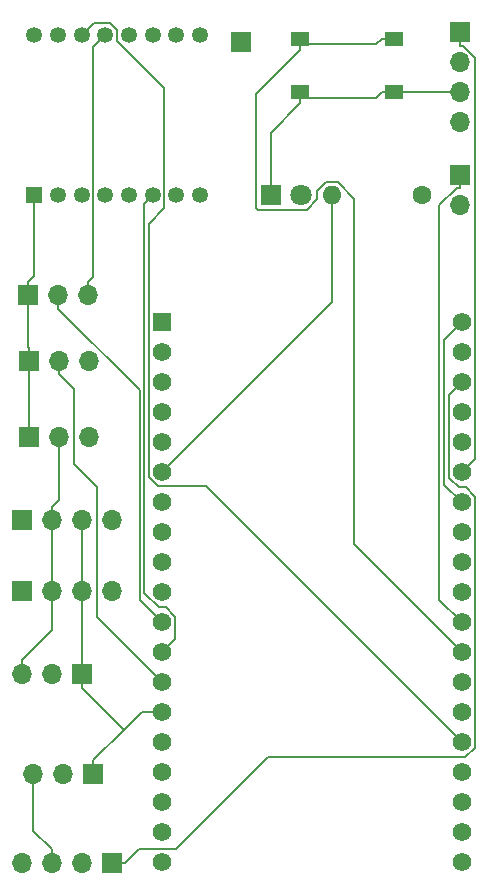
<source format=gbr>
%TF.GenerationSoftware,KiCad,Pcbnew,8.0.2*%
%TF.CreationDate,2024-05-16T13:39:08+01:00*%
%TF.ProjectId,test,74657374-2e6b-4696-9361-645f70636258,rev?*%
%TF.SameCoordinates,Original*%
%TF.FileFunction,Copper,L1,Top*%
%TF.FilePolarity,Positive*%
%FSLAX46Y46*%
G04 Gerber Fmt 4.6, Leading zero omitted, Abs format (unit mm)*
G04 Created by KiCad (PCBNEW 8.0.2) date 2024-05-16 13:39:08*
%MOMM*%
%LPD*%
G01*
G04 APERTURE LIST*
%TA.AperFunction,ComponentPad*%
%ADD10R,1.700000X1.700000*%
%TD*%
%TA.AperFunction,ComponentPad*%
%ADD11O,1.700000X1.700000*%
%TD*%
%TA.AperFunction,ComponentPad*%
%ADD12R,1.350000X1.350000*%
%TD*%
%TA.AperFunction,ComponentPad*%
%ADD13C,1.350000*%
%TD*%
%TA.AperFunction,ComponentPad*%
%ADD14R,1.800000X1.800000*%
%TD*%
%TA.AperFunction,ComponentPad*%
%ADD15C,1.800000*%
%TD*%
%TA.AperFunction,SMDPad,CuDef*%
%ADD16R,1.550000X1.300000*%
%TD*%
%TA.AperFunction,ComponentPad*%
%ADD17R,1.560000X1.560000*%
%TD*%
%TA.AperFunction,ComponentPad*%
%ADD18C,1.560000*%
%TD*%
%TA.AperFunction,ComponentPad*%
%ADD19C,1.600000*%
%TD*%
%TA.AperFunction,ComponentPad*%
%ADD20O,1.600000X1.600000*%
%TD*%
%TA.AperFunction,Conductor*%
%ADD21C,0.200000*%
%TD*%
G04 APERTURE END LIST*
D10*
%TO.P,J4,1,Pin_1*%
%TO.N,GND*%
X61500000Y-85500000D03*
D11*
%TO.P,J4,2,Pin_2*%
%TO.N,/IO15*%
X58960000Y-85500000D03*
%TO.P,J4,3,Pin_3*%
%TO.N,+5V*%
X56420000Y-85500000D03*
%TD*%
D10*
%TO.P,J10,1,Pin_1*%
%TO.N,/IO26*%
X55460000Y-64000000D03*
D11*
%TO.P,J10,2,Pin_2*%
%TO.N,+5V*%
X58000000Y-64000000D03*
%TO.P,J10,3,Pin_3*%
%TO.N,GND*%
X60540000Y-64000000D03*
%TO.P,J10,4,Pin_4*%
%TO.N,unconnected-(J10-Pin_4-Pad4)*%
X63080000Y-64000000D03*
%TD*%
D10*
%TO.P,SW1,1,A*%
%TO.N,Net-(SW1-A)*%
X92525000Y-34750000D03*
D11*
%TO.P,SW1,2,B*%
%TO.N,GND*%
X92525000Y-37290000D03*
%TD*%
D10*
%TO.P,J3,1,Pin_1*%
%TO.N,GND*%
X56000000Y-56975000D03*
D11*
%TO.P,J3,2,Pin_2*%
%TO.N,+5V*%
X58540000Y-56975000D03*
%TO.P,J3,3,Pin_3*%
%TO.N,/IO34*%
X61080000Y-56975000D03*
%TD*%
D12*
%TO.P,U2,1,GND*%
%TO.N,GND*%
X56500000Y-36500000D03*
D13*
%TO.P,U2,2,MISO*%
%TO.N,Net-(U1-IO19)*%
X58500000Y-36500000D03*
%TO.P,U2,3,MOSI*%
%TO.N,Net-(U1-IO23)*%
X60500000Y-36500000D03*
%TO.P,U2,4,SCK*%
%TO.N,Net-(U1-IO18)*%
X62500000Y-36500000D03*
%TO.P,U2,5,NSS*%
%TO.N,Net-(U1-IO5)*%
X64500000Y-36500000D03*
%TO.P,U2,6,RESET*%
%TO.N,Net-(U1-IO14)*%
X66500000Y-36500000D03*
%TO.P,U2,7,DIO5*%
%TO.N,unconnected-(U2-DIO5-Pad7)*%
X68500000Y-36500000D03*
%TO.P,U2,8,GND*%
%TO.N,unconnected-(U2-GND-Pad8)*%
X70500000Y-36500000D03*
%TO.P,U2,9,ANT*%
%TO.N,Net-(J6-Pin_1)*%
X70500000Y-22900000D03*
%TO.P,U2,10,GND*%
%TO.N,unconnected-(U2-GND-Pad10)*%
X68500000Y-22900000D03*
%TO.P,U2,11,DIO3*%
%TO.N,unconnected-(U2-DIO3-Pad11)*%
X66500000Y-22900000D03*
%TO.P,U2,12,DIO4*%
%TO.N,unconnected-(U2-DIO4-Pad12)*%
X64500000Y-22900000D03*
%TO.P,U2,13,3.3V*%
%TO.N,+3.3V*%
X62500000Y-22900000D03*
%TO.P,U2,14,DIO0*%
%TO.N,Net-(U1-IO2)*%
X60500000Y-22900000D03*
%TO.P,U2,15,DIO1*%
%TO.N,unconnected-(U2-DIO1-Pad15)*%
X58500000Y-22900000D03*
%TO.P,U2,16,DIO2*%
%TO.N,unconnected-(U2-DIO2-Pad16)*%
X56500000Y-22900000D03*
%TD*%
D10*
%TO.P,J5,1,Pin_1*%
%TO.N,/SCL*%
X63040000Y-93000000D03*
D11*
%TO.P,J5,2,Pin_2*%
%TO.N,/SDA*%
X60500000Y-93000000D03*
%TO.P,J5,3,Pin_3*%
%TO.N,+5V*%
X57960000Y-93000000D03*
%TO.P,J5,4,Pin_4*%
%TO.N,GND*%
X55420000Y-93000000D03*
%TD*%
D10*
%TO.P,J1,1,Pin_1*%
%TO.N,GND*%
X60525000Y-77025000D03*
D11*
%TO.P,J1,2,Pin_2*%
%TO.N,/IO4*%
X57985000Y-77025000D03*
%TO.P,J1,3,Pin_3*%
%TO.N,+5V*%
X55445000Y-77025000D03*
%TD*%
D10*
%TO.P,J8,1,Pin_1*%
%TO.N,GND*%
X55975000Y-44975000D03*
D11*
%TO.P,J8,2,Pin_2*%
%TO.N,/IO27*%
X58515000Y-44975000D03*
%TO.P,J8,3,Pin_3*%
%TO.N,+3.3V*%
X61055000Y-44975000D03*
%TD*%
D14*
%TO.P,D1,1,K*%
%TO.N,GND*%
X76500000Y-36500000D03*
D15*
%TO.P,D1,2,A*%
%TO.N,Net-(D1-A)*%
X79040000Y-36500000D03*
%TD*%
D16*
%TO.P,SW2,1,1*%
%TO.N,GND*%
X86980000Y-27750000D03*
X79020000Y-27750000D03*
%TO.P,SW2,2,2*%
%TO.N,Net-(U1-IO16)*%
X86980000Y-23250000D03*
X79020000Y-23250000D03*
%TD*%
D10*
%TO.P,J6,1,Pin_1*%
%TO.N,Net-(J6-Pin_1)*%
X74000000Y-23500000D03*
%TD*%
%TO.P,J9,1,Pin_1*%
%TO.N,/IO25*%
X55460000Y-69975000D03*
D11*
%TO.P,J9,2,Pin_2*%
%TO.N,+5V*%
X58000000Y-69975000D03*
%TO.P,J9,3,Pin_3*%
%TO.N,GND*%
X60540000Y-69975000D03*
%TO.P,J9,4,Pin_4*%
%TO.N,unconnected-(J9-Pin_4-Pad4)*%
X63080000Y-69975000D03*
%TD*%
D17*
%TO.P,U1,J2-1,3V3*%
%TO.N,+3.3V*%
X67300000Y-47240000D03*
D18*
%TO.P,U1,J2-2,EN*%
%TO.N,unconnected-(U1-EN-PadJ2-2)*%
X67300000Y-49780000D03*
%TO.P,U1,J2-3,SENSOR_VP*%
%TO.N,unconnected-(U1-SENSOR_VP-PadJ2-3)*%
X67300000Y-52320000D03*
%TO.P,U1,J2-4,SENSOR_VN*%
%TO.N,unconnected-(U1-SENSOR_VN-PadJ2-4)*%
X67300000Y-54860000D03*
%TO.P,U1,J2-5,IO34*%
%TO.N,/IO34*%
X67300000Y-57400000D03*
%TO.P,U1,J2-6,IO35*%
%TO.N,Net-(U1-IO35)*%
X67300000Y-59940000D03*
%TO.P,U1,J2-7,IO32*%
%TO.N,unconnected-(U1-IO32-PadJ2-7)*%
X67300000Y-62480000D03*
%TO.P,U1,J2-8,IO33*%
%TO.N,unconnected-(U1-IO33-PadJ2-8)*%
X67300000Y-65020000D03*
%TO.P,U1,J2-9,IO25*%
%TO.N,/IO25*%
X67300000Y-67560000D03*
%TO.P,U1,J2-10,IO26*%
%TO.N,/IO26*%
X67300000Y-70100000D03*
%TO.P,U1,J2-11,IO27*%
%TO.N,/IO27*%
X67300000Y-72640000D03*
%TO.P,U1,J2-12,IO14*%
%TO.N,Net-(U1-IO14)*%
X67300000Y-75180000D03*
%TO.P,U1,J2-13,IO12*%
%TO.N,/IO12*%
X67300000Y-77720000D03*
%TO.P,U1,J2-14,GND1*%
%TO.N,GND*%
X67300000Y-80260000D03*
%TO.P,U1,J2-15,IO13*%
%TO.N,unconnected-(U1-IO13-PadJ2-15)*%
X67300000Y-82800000D03*
%TO.P,U1,J2-16,SD2*%
%TO.N,unconnected-(U1-SD2-PadJ2-16)*%
X67300000Y-85340000D03*
%TO.P,U1,J2-17,SD3*%
%TO.N,unconnected-(U1-SD3-PadJ2-17)*%
X67300000Y-87880000D03*
%TO.P,U1,J2-18,CMD*%
%TO.N,unconnected-(U1-CMD-PadJ2-18)*%
X67300000Y-90420000D03*
%TO.P,U1,J2-19,EXT_5V*%
%TO.N,+5V*%
X67300000Y-92960000D03*
%TO.P,U1,J3-1,GND3*%
%TO.N,GND*%
X92700000Y-47240000D03*
%TO.P,U1,J3-2,IO23*%
%TO.N,Net-(U1-IO23)*%
X92700000Y-49780000D03*
%TO.P,U1,J3-3,IO22*%
%TO.N,/SCL*%
X92700000Y-52320000D03*
%TO.P,U1,J3-4,TXD0*%
%TO.N,unconnected-(U1-TXD0-PadJ3-4)*%
X92700000Y-54860000D03*
%TO.P,U1,J3-5,RXD0*%
%TO.N,unconnected-(U1-RXD0-PadJ3-5)*%
X92700000Y-57400000D03*
%TO.P,U1,J3-6,IO21*%
%TO.N,/SDA*%
X92700000Y-59940000D03*
%TO.P,U1,J3-7,GND2*%
%TO.N,GND*%
X92700000Y-62480000D03*
%TO.P,U1,J3-8,IO19*%
%TO.N,Net-(U1-IO19)*%
X92700000Y-65020000D03*
%TO.P,U1,J3-9,IO18*%
%TO.N,Net-(U1-IO18)*%
X92700000Y-67560000D03*
%TO.P,U1,J3-10,IO5*%
%TO.N,Net-(U1-IO5)*%
X92700000Y-70100000D03*
%TO.P,U1,J3-11,IO17*%
%TO.N,Net-(SW1-A)*%
X92700000Y-72640000D03*
%TO.P,U1,J3-12,IO16*%
%TO.N,Net-(U1-IO16)*%
X92700000Y-75180000D03*
%TO.P,U1,J3-13,IO4*%
%TO.N,/IO4*%
X92700000Y-77720000D03*
%TO.P,U1,J3-14,IO0*%
%TO.N,unconnected-(U1-IO0-PadJ3-14)*%
X92700000Y-80260000D03*
%TO.P,U1,J3-15,IO2*%
%TO.N,Net-(U1-IO2)*%
X92700000Y-82800000D03*
%TO.P,U1,J3-16,IO15*%
%TO.N,/IO15*%
X92700000Y-85340000D03*
%TO.P,U1,J3-17,SD1*%
%TO.N,unconnected-(U1-SD1-PadJ3-17)*%
X92700000Y-87880000D03*
%TO.P,U1,J3-18,SD0*%
%TO.N,unconnected-(U1-SD0-PadJ3-18)*%
X92700000Y-90420000D03*
%TO.P,U1,J3-19,CLK*%
%TO.N,unconnected-(U1-CLK-PadJ3-19)*%
X92700000Y-92960000D03*
%TD*%
D10*
%TO.P,J7,1,Pin_1*%
%TO.N,GND*%
X56000000Y-50500000D03*
D11*
%TO.P,J7,2,Pin_2*%
%TO.N,/IO12*%
X58540000Y-50500000D03*
%TO.P,J7,3,Pin_3*%
%TO.N,+3.3V*%
X61080000Y-50500000D03*
%TD*%
D19*
%TO.P,R1,1*%
%TO.N,Net-(D1-A)*%
X89310000Y-36500000D03*
D20*
%TO.P,R1,2*%
%TO.N,Net-(U1-IO35)*%
X81690000Y-36500000D03*
%TD*%
D10*
%TO.P,J2,1,Pin_1*%
%TO.N,/SDA*%
X92500000Y-22700000D03*
D11*
%TO.P,J2,2,Pin_2*%
%TO.N,/SCL*%
X92500000Y-25240000D03*
%TO.P,J2,3,Pin_3*%
%TO.N,GND*%
X92500000Y-27780000D03*
%TO.P,J2,4,Pin_4*%
%TO.N,+5V*%
X92500000Y-30320000D03*
%TD*%
D21*
%TO.N,/IO12*%
X61810000Y-72230000D02*
X61810000Y-61214800D01*
X59810000Y-59214800D02*
X59810000Y-52921700D01*
X61810000Y-61214800D02*
X59810000Y-59214800D01*
X67300000Y-77720000D02*
X61810000Y-72230000D01*
X58540000Y-50500000D02*
X58540000Y-51651700D01*
X59810000Y-52921700D02*
X58540000Y-51651700D01*
%TO.N,+5V*%
X58000000Y-73318300D02*
X58000000Y-69975000D01*
X55445000Y-75873300D02*
X58000000Y-73318300D01*
X58000000Y-64000000D02*
X58000000Y-62848300D01*
X58000000Y-69975000D02*
X58000000Y-64000000D01*
X58000000Y-62848300D02*
X58540000Y-62308300D01*
X57960000Y-93000000D02*
X57960000Y-91848300D01*
X56420000Y-90308300D02*
X56420000Y-85500000D01*
X58540000Y-62308300D02*
X58540000Y-56975000D01*
X55445000Y-77025000D02*
X55445000Y-75873300D01*
X57960000Y-91848300D02*
X56420000Y-90308300D01*
%TO.N,GND*%
X56500000Y-43298300D02*
X55975000Y-43823300D01*
X91205600Y-60985600D02*
X91205600Y-48734400D01*
X60525000Y-78176700D02*
X64098300Y-81750000D01*
X64098300Y-81750000D02*
X61500000Y-84348300D01*
X60525000Y-76449100D02*
X60525000Y-75873300D01*
X79020000Y-27750000D02*
X79020000Y-28225800D01*
X60540000Y-69975000D02*
X60540000Y-64000000D01*
X56000000Y-56975000D02*
X56000000Y-50500000D01*
X60525000Y-76449100D02*
X60525000Y-77025000D01*
X61500000Y-85500000D02*
X61500000Y-84348300D01*
X56000000Y-49348300D02*
X55975000Y-49323300D01*
X92500000Y-27780000D02*
X91348300Y-27780000D01*
X56500000Y-36500000D02*
X56500000Y-43298300D01*
X60525000Y-77025000D02*
X60525000Y-78176700D01*
X65588300Y-80260000D02*
X64098300Y-81750000D01*
X60525000Y-71141700D02*
X60525000Y-75873300D01*
X79020000Y-28225800D02*
X85427500Y-28225800D01*
X85427500Y-28225800D02*
X85903300Y-27750000D01*
X79020000Y-28225800D02*
X79020000Y-28701700D01*
X91205600Y-48734400D02*
X92700000Y-47240000D01*
X86980000Y-27750000D02*
X91318300Y-27750000D01*
X60540000Y-71126700D02*
X60525000Y-71141700D01*
X76500000Y-31221700D02*
X79020000Y-28701700D01*
X76500000Y-36500000D02*
X76500000Y-31221700D01*
X67300000Y-80260000D02*
X65588300Y-80260000D01*
X92700000Y-62480000D02*
X91205600Y-60985600D01*
X56000000Y-50500000D02*
X56000000Y-49348300D01*
X55975000Y-44975000D02*
X55975000Y-43823300D01*
X55975000Y-49323300D02*
X55975000Y-44975000D01*
X86980000Y-27750000D02*
X85903300Y-27750000D01*
X91318300Y-27750000D02*
X91348300Y-27780000D01*
X60540000Y-69975000D02*
X60540000Y-71126700D01*
%TO.N,/IO27*%
X58515000Y-46126700D02*
X65399900Y-53011600D01*
X65399900Y-53011600D02*
X65399900Y-70739900D01*
X58515000Y-44975000D02*
X58515000Y-46126700D01*
X65399900Y-70739900D02*
X67300000Y-72640000D01*
%TO.N,/SDA*%
X92787900Y-23851700D02*
X93782600Y-24846400D01*
X92500000Y-22700000D02*
X92500000Y-23851700D01*
X93782600Y-58857400D02*
X92700000Y-59940000D01*
X93782600Y-24846400D02*
X93782600Y-58857400D01*
X92500000Y-23851700D02*
X92787900Y-23851700D01*
%TO.N,Net-(U1-IO16)*%
X79020000Y-23250000D02*
X79020000Y-23725800D01*
X75434900Y-37701700D02*
X75292500Y-37559300D01*
X79020000Y-23725800D02*
X79020000Y-24201700D01*
X83579800Y-36792700D02*
X82172700Y-35385600D01*
X86980000Y-23250000D02*
X85903300Y-23250000D01*
X81211900Y-35385600D02*
X80435700Y-36161800D01*
X80435700Y-36834800D02*
X79568800Y-37701700D01*
X82172700Y-35385600D02*
X81211900Y-35385600D01*
X79020000Y-23725800D02*
X85427500Y-23725800D01*
X80435700Y-36161800D02*
X80435700Y-36834800D01*
X75292500Y-27929200D02*
X79020000Y-24201700D01*
X83579800Y-66059800D02*
X83579800Y-36792700D01*
X79568800Y-37701700D02*
X75434900Y-37701700D01*
X92700000Y-75180000D02*
X83579800Y-66059800D01*
X75292500Y-37559300D02*
X75292500Y-27929200D01*
X85427500Y-23725800D02*
X85903300Y-23250000D01*
%TO.N,/SCL*%
X65343400Y-91848300D02*
X68494900Y-91848300D01*
X63040000Y-93000000D02*
X64191700Y-93000000D01*
X93811400Y-83251000D02*
X93811400Y-62000300D01*
X93021100Y-61210000D02*
X92430700Y-61210000D01*
X68494900Y-91848300D02*
X76273200Y-84070000D01*
X92992400Y-84070000D02*
X93811400Y-83251000D01*
X76273200Y-84070000D02*
X92992400Y-84070000D01*
X91614700Y-60394000D02*
X91614700Y-53405300D01*
X64191700Y-93000000D02*
X65343400Y-91848300D01*
X93811400Y-62000300D02*
X93021100Y-61210000D01*
X92430700Y-61210000D02*
X91614700Y-60394000D01*
X91614700Y-53405300D02*
X92700000Y-52320000D01*
%TO.N,Net-(SW1-A)*%
X92525000Y-34750000D02*
X92525000Y-35901700D01*
X90781100Y-37357700D02*
X92237100Y-35901700D01*
X92700000Y-72640000D02*
X90781100Y-70721100D01*
X90781100Y-70721100D02*
X90781100Y-37357700D01*
X92237100Y-35901700D02*
X92525000Y-35901700D01*
%TO.N,Net-(U1-IO35)*%
X81690000Y-36500000D02*
X81690000Y-45550000D01*
X81690000Y-45550000D02*
X67300000Y-59940000D01*
%TO.N,Net-(U1-IO14)*%
X67599900Y-71370000D02*
X68422600Y-72192700D01*
X65801600Y-37198400D02*
X65801600Y-70138500D01*
X65801600Y-70138500D02*
X67033100Y-71370000D01*
X68422600Y-74057400D02*
X67300000Y-75180000D01*
X68422600Y-72192700D02*
X68422600Y-74057400D01*
X67033100Y-71370000D02*
X67599900Y-71370000D01*
X66500000Y-36500000D02*
X65801600Y-37198400D01*
%TO.N,+3.3V*%
X61055000Y-43823300D02*
X61500000Y-43378300D01*
X61500000Y-43378300D02*
X61500000Y-23900000D01*
X61055000Y-44975000D02*
X61055000Y-43823300D01*
X61500000Y-23900000D02*
X62500000Y-22900000D01*
%TO.N,Net-(U1-IO2)*%
X61533600Y-21866400D02*
X60500000Y-22900000D01*
X62900500Y-21866400D02*
X61533600Y-21866400D01*
X66203300Y-60386800D02*
X66203300Y-38897200D01*
X67500000Y-27450000D02*
X63493900Y-23443900D01*
X66959500Y-61143000D02*
X66203300Y-60386800D01*
X92700000Y-82800000D02*
X71043000Y-61143000D01*
X71043000Y-61143000D02*
X66959500Y-61143000D01*
X63493900Y-22459800D02*
X62900500Y-21866400D01*
X67500000Y-37600500D02*
X67500000Y-27450000D01*
X66203300Y-38897200D02*
X67500000Y-37600500D01*
X63493900Y-23443900D02*
X63493900Y-22459800D01*
%TD*%
M02*

</source>
